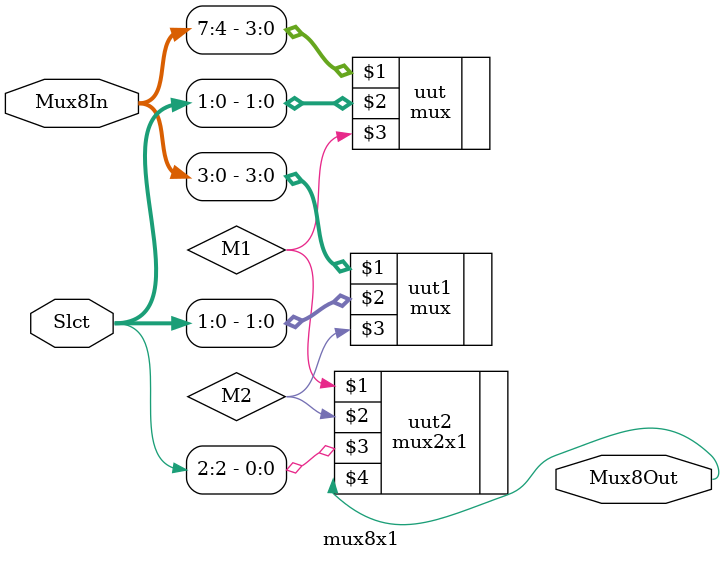
<source format=v>
`timescale 1ns / 1ps


module mux8x1( Mux8In, Slct, Mux8Out
    );
    
    input [7:0] Mux8In;
    input [2:0] Slct;
    output Mux8Out;
    wire M1,M2;
    
    mux uut (Mux8In[7:4],Slct[1:0], M1);
    mux uut1 (Mux8In[3:0],Slct[1:0], M2);
    mux2x1 uut2(M1,M2,Slct[2],Mux8Out);
endmodule

</source>
